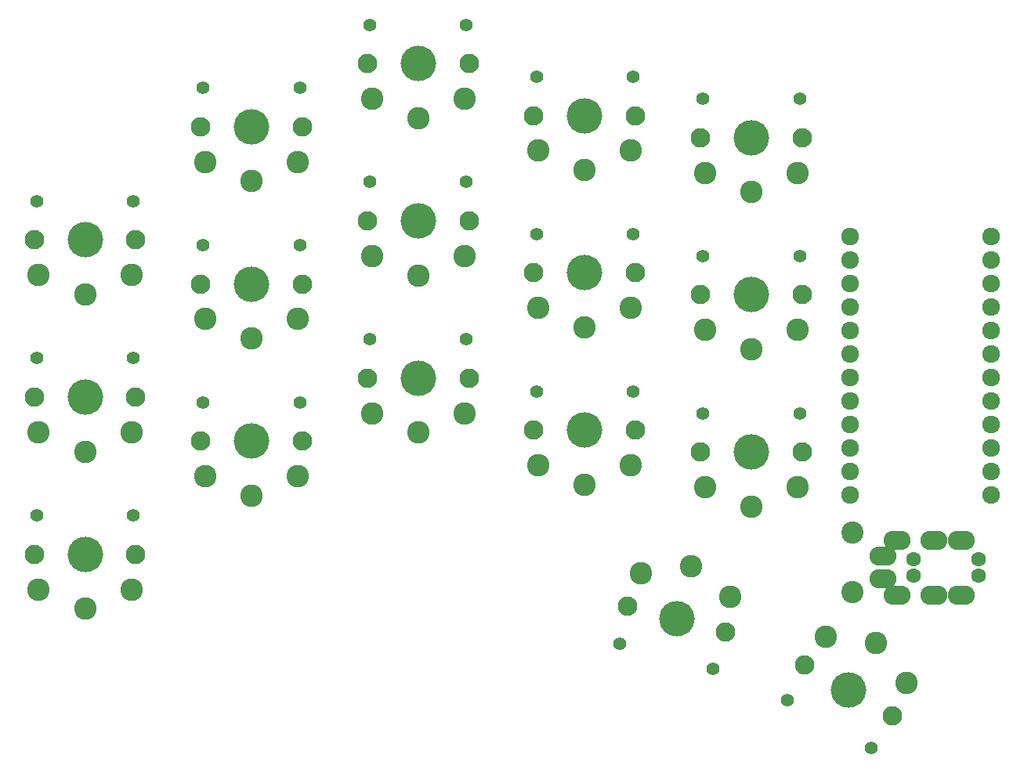
<source format=gts>
G04 #@! TF.GenerationSoftware,KiCad,Pcbnew,9.0.1*
G04 #@! TF.CreationDate,2025-05-14T21:28:53+02:00*
G04 #@! TF.ProjectId,ferris-sweep-compact,66657272-6973-42d7-9377-6565702d636f,0.1*
G04 #@! TF.SameCoordinates,Original*
G04 #@! TF.FileFunction,Soldermask,Top*
G04 #@! TF.FilePolarity,Negative*
%FSLAX46Y46*%
G04 Gerber Fmt 4.6, Leading zero omitted, Abs format (unit mm)*
G04 Created by KiCad (PCBNEW 9.0.1) date 2025-05-14 21:28:53*
%MOMM*%
%LPD*%
G01*
G04 APERTURE LIST*
%ADD10C,1.390600*%
%ADD11C,2.432000*%
%ADD12C,3.829000*%
%ADD13C,2.101800*%
%ADD14C,1.924000*%
%ADD15C,2.400000*%
%ADD16C,1.600000*%
%ADD17O,2.900000X2.100000*%
G04 APERTURE END LIST*
D10*
X119879347Y-92507307D03*
D11*
X132730127Y-90689103D03*
D12*
X126500000Y-91480000D03*
D11*
X124069873Y-85689103D03*
X129450000Y-86370450D03*
D10*
X128920653Y-97727307D03*
D13*
X131263140Y-94230000D03*
X121736860Y-88730000D03*
D14*
X141911400Y-42422000D03*
X141911400Y-44962000D03*
X141911400Y-47502000D03*
X141911400Y-50042000D03*
X141911400Y-52582000D03*
X141911400Y-55122000D03*
X141911400Y-57662000D03*
X141911400Y-60202000D03*
X141911400Y-62742000D03*
X141911400Y-65282000D03*
X141911400Y-67822000D03*
X141911400Y-70362000D03*
X126691400Y-70362000D03*
X126691400Y-67822000D03*
X126691400Y-65282000D03*
X126691400Y-62742000D03*
X126691400Y-60202000D03*
X126691400Y-57662000D03*
X126691400Y-55122000D03*
X126691400Y-52582000D03*
X126691400Y-50042000D03*
X126691400Y-47502000D03*
X126691400Y-44962000D03*
X126691400Y-42422000D03*
D10*
X74780000Y-36520000D03*
D11*
X85000000Y-44520000D03*
D12*
X80000000Y-40720000D03*
D11*
X75000000Y-44520000D03*
X80000000Y-46620000D03*
D10*
X85220000Y-36520000D03*
D13*
X85500000Y-40720000D03*
X74500000Y-40720000D03*
D10*
X38780000Y-38570000D03*
D11*
X49000000Y-46570000D03*
D12*
X44000000Y-42770000D03*
D11*
X39000000Y-46570000D03*
X44000000Y-48670000D03*
D10*
X49220000Y-38570000D03*
D13*
X49500000Y-42770000D03*
X38500000Y-42770000D03*
D10*
X56780000Y-26340000D03*
D11*
X67000000Y-34340000D03*
D12*
X62000000Y-30540000D03*
D11*
X57000000Y-34340000D03*
X62000000Y-36440000D03*
D10*
X67220000Y-26340000D03*
D13*
X67500000Y-30540000D03*
X56500000Y-30540000D03*
D10*
X74780000Y-19530000D03*
D11*
X85000000Y-27530000D03*
D12*
X80000000Y-23730000D03*
D11*
X75000000Y-27530000D03*
X80000000Y-29630000D03*
D10*
X85220000Y-19530000D03*
D13*
X85500000Y-23730000D03*
X74500000Y-23730000D03*
D10*
X92780000Y-25140000D03*
D11*
X103000000Y-33140000D03*
D12*
X98000000Y-29340000D03*
D11*
X93000000Y-33140000D03*
X98000000Y-35240000D03*
D10*
X103220000Y-25140000D03*
D13*
X103500000Y-29340000D03*
X92500000Y-29340000D03*
D10*
X110780000Y-27520000D03*
D11*
X121000000Y-35520000D03*
D12*
X116000000Y-31720000D03*
D11*
X111000000Y-35520000D03*
X116000000Y-37620000D03*
D10*
X121220000Y-27520000D03*
D13*
X121500000Y-31720000D03*
X110500000Y-31720000D03*
D10*
X38780000Y-55570000D03*
D11*
X49000000Y-63570000D03*
D12*
X44000000Y-59770000D03*
D11*
X39000000Y-63570000D03*
X44000000Y-65670000D03*
D10*
X49220000Y-55570000D03*
D13*
X49500000Y-59770000D03*
X38500000Y-59770000D03*
D10*
X56780000Y-43340000D03*
D11*
X67000000Y-51340000D03*
D12*
X62000000Y-47540000D03*
D11*
X57000000Y-51340000D03*
X62000000Y-53440000D03*
D10*
X67220000Y-43340000D03*
D13*
X67500000Y-47540000D03*
X56500000Y-47540000D03*
D10*
X92780000Y-42140000D03*
D11*
X103000000Y-50140000D03*
D12*
X98000000Y-46340000D03*
D11*
X93000000Y-50140000D03*
X98000000Y-52240000D03*
D10*
X103220000Y-42140000D03*
D13*
X103500000Y-46340000D03*
X92500000Y-46340000D03*
D10*
X110780000Y-44520000D03*
D11*
X121000000Y-52520000D03*
D12*
X116000000Y-48720000D03*
D11*
X111000000Y-52520000D03*
X116000000Y-54620000D03*
D10*
X121220000Y-44520000D03*
D13*
X121500000Y-48720000D03*
X110500000Y-48720000D03*
D10*
X56780000Y-60345000D03*
D11*
X67000000Y-68345000D03*
D12*
X62000000Y-64545000D03*
D11*
X57000000Y-68345000D03*
X62000000Y-70445000D03*
D10*
X67220000Y-60345000D03*
D13*
X67500000Y-64545000D03*
X56500000Y-64545000D03*
D10*
X74780000Y-53520000D03*
D11*
X85000000Y-61520000D03*
D12*
X80000000Y-57720000D03*
D11*
X75000000Y-61520000D03*
X80000000Y-63620000D03*
D10*
X85220000Y-53520000D03*
D13*
X85500000Y-57720000D03*
X74500000Y-57720000D03*
D10*
X92780000Y-59145000D03*
D11*
X103000000Y-67145000D03*
D12*
X98000000Y-63345000D03*
D11*
X93000000Y-67145000D03*
X98000000Y-69245000D03*
D10*
X103220000Y-59145000D03*
D13*
X103500000Y-63345000D03*
X92500000Y-63345000D03*
D10*
X110780000Y-61520000D03*
D11*
X121000000Y-69520000D03*
D12*
X116000000Y-65720000D03*
D11*
X111000000Y-69520000D03*
X116000000Y-71620000D03*
D10*
X121220000Y-61520000D03*
D13*
X121500000Y-65720000D03*
X110500000Y-65720000D03*
D10*
X101810827Y-86475853D03*
D11*
X113753142Y-81393577D03*
D12*
X107940000Y-83770000D03*
D11*
X104093883Y-78805387D03*
X109467032Y-78071038D03*
D10*
X111895093Y-89177924D03*
D13*
X113252592Y-85193505D03*
X102627408Y-82346495D03*
D10*
X38780000Y-72575000D03*
D11*
X49000000Y-80575000D03*
D12*
X44000000Y-76775000D03*
D11*
X39000000Y-80575000D03*
X44000000Y-82675000D03*
D10*
X49220000Y-72575000D03*
D13*
X49500000Y-76775000D03*
X38500000Y-76775000D03*
D15*
X126970000Y-74390000D03*
X126970000Y-80890000D03*
D16*
X133520000Y-77330000D03*
X140520000Y-77330000D03*
D17*
X131720000Y-75230000D03*
X130220000Y-79430000D03*
X138720000Y-75230000D03*
X135720000Y-75230000D03*
D16*
X140520000Y-79080000D03*
X133520000Y-79080000D03*
D17*
X138720000Y-81180000D03*
X135720000Y-81180000D03*
X131720000Y-81180000D03*
X130220000Y-76980000D03*
M02*

</source>
